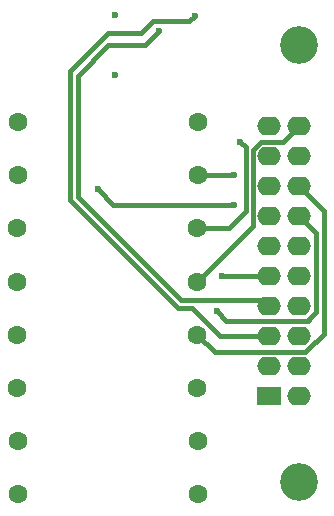
<source format=gbl>
G04*
G04 #@! TF.GenerationSoftware,Altium Limited,Altium Designer,18.1.9 (240)*
G04*
G04 Layer_Physical_Order=4*
G04 Layer_Color=16711680*
%FSLAX44Y44*%
%MOMM*%
G71*
G01*
G75*
%ADD24C,0.4000*%
%ADD26C,1.6000*%
%ADD27R,2.0000X1.6000*%
%ADD28O,2.0000X1.6000*%
%ADD29C,3.2000*%
%ADD30C,0.6000*%
D24*
X440000Y735000D02*
X448300Y726700D01*
X517500D01*
X424082Y849998D02*
X454999D01*
X424080Y850000D02*
X424082Y849998D01*
X347980Y970280D02*
X375920D01*
X315976Y938276D02*
X347980Y970280D01*
X322580Y934439D02*
X348260Y960120D01*
X322580Y831342D02*
Y934439D01*
Y831342D02*
X409702Y744220D01*
X416814Y980440D02*
X421386Y985012D01*
X386080Y980440D02*
X416814D01*
X375920Y970280D02*
X386080Y980440D01*
X348260Y960120D02*
X379222D01*
X315976Y828754D02*
Y938276D01*
X379222Y960120D02*
X391160Y972058D01*
X315976Y828754D02*
X407010Y737720D01*
X419250D01*
X409702Y744220D02*
X479580D01*
X419250Y737720D02*
X443170Y713800D01*
X479580Y744220D02*
X484600Y739200D01*
X445000Y765000D02*
X484200D01*
X423820Y760000D02*
X470600Y806780D01*
X484200Y765000D02*
X484600Y764600D01*
X443170Y713800D02*
X484600D01*
X510000Y815400D02*
X524500Y800900D01*
Y734022D02*
Y800900D01*
X438420Y700400D02*
X515000D01*
X423820Y715000D02*
X438420Y700400D01*
X352546Y824998D02*
X454999D01*
X339344Y838200D02*
X352546Y824998D01*
X531000Y715829D02*
Y819800D01*
X516970Y701800D02*
X531000Y715829D01*
X510000Y840800D02*
X531000Y819800D01*
X518500Y728022D02*
X524500Y734022D01*
X518500Y727700D02*
Y728022D01*
X517500Y726700D02*
X518500Y727700D01*
X516400Y701800D02*
X516970D01*
X460000Y878200D02*
X464600Y873600D01*
Y819400D02*
Y873600D01*
X470600Y806780D02*
Y871171D01*
X477629Y878200D01*
X450200Y805000D02*
X464600Y819400D01*
X423820Y805000D02*
X450200D01*
X477629Y878200D02*
X496600D01*
X510000Y891600D01*
X515000Y700400D02*
X516400Y701800D01*
D26*
X271680Y580000D02*
D03*
X424080D02*
D03*
Y625000D02*
D03*
X271680D02*
D03*
X423820Y670000D02*
D03*
X271420D02*
D03*
Y715000D02*
D03*
X423820D02*
D03*
Y760000D02*
D03*
X271420D02*
D03*
Y805000D02*
D03*
X423820D02*
D03*
X271680Y850000D02*
D03*
X424080D02*
D03*
Y895000D02*
D03*
X271680D02*
D03*
D27*
X484600Y663000D02*
D03*
D28*
Y688400D02*
D03*
Y713800D02*
D03*
Y739200D02*
D03*
Y764600D02*
D03*
Y790000D02*
D03*
Y815400D02*
D03*
Y840800D02*
D03*
Y866200D02*
D03*
Y891600D02*
D03*
X510000Y663000D02*
D03*
Y688400D02*
D03*
Y713800D02*
D03*
Y739200D02*
D03*
Y764600D02*
D03*
Y790000D02*
D03*
Y815400D02*
D03*
Y840800D02*
D03*
Y866200D02*
D03*
Y891600D02*
D03*
D29*
Y590000D02*
D03*
Y960000D02*
D03*
D30*
X391160Y972058D02*
D03*
X421386Y985012D02*
D03*
X354076Y985500D02*
D03*
X354330Y934720D02*
D03*
X339344Y838200D02*
D03*
X460000Y878200D02*
D03*
X454999Y849998D02*
D03*
Y824998D02*
D03*
X445000Y765000D02*
D03*
X440000Y735000D02*
D03*
M02*

</source>
